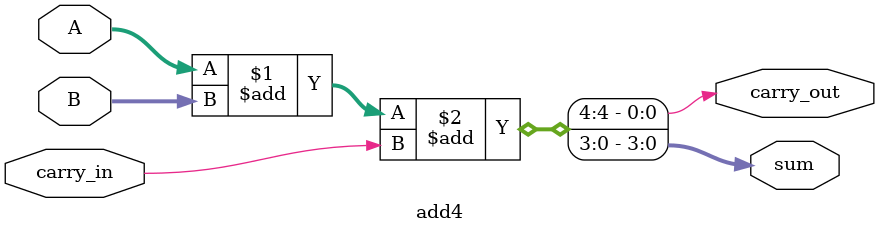
<source format=v>
module add4 (A, B, carry_in, sum, carry_out);
   input [3:0] A;
   input [3:0] B;
   input carry_in;
   output [3:0] sum;
   output carry_out;

   assign {carry_out, sum} = A + B + carry_in;
endmodule

</source>
